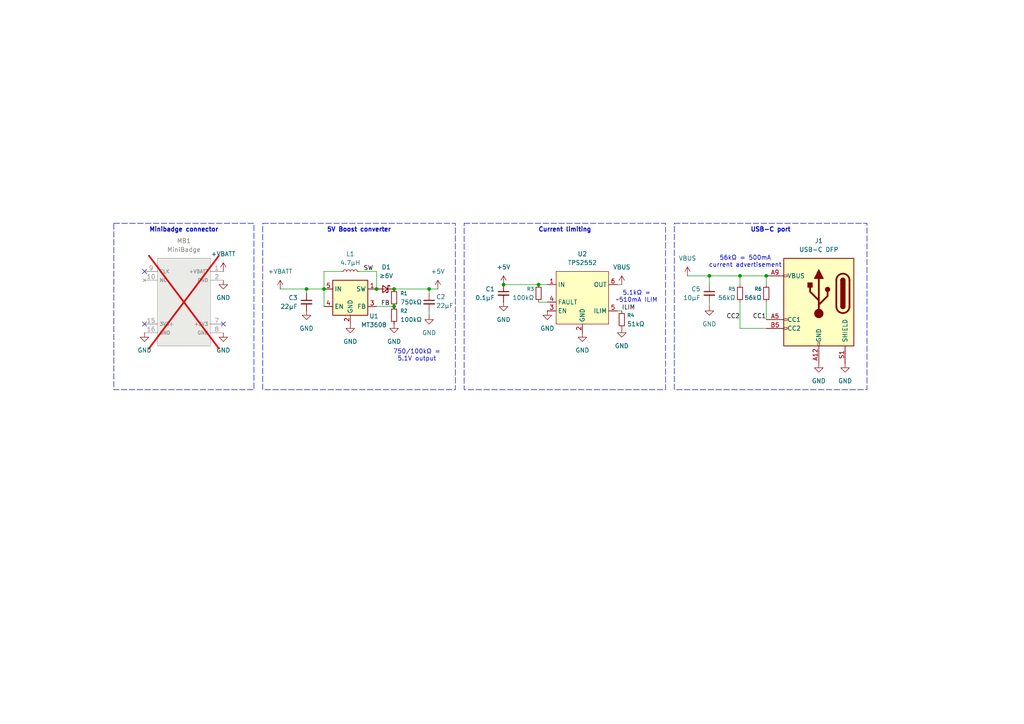
<source format=kicad_sch>
(kicad_sch (version 20250114) (generator "eeschema") (generator_version "9.0")
  (paper "A4")
  (title_block (title "USB-C charger minibadge") (date "2026-01-01") (rev "R1") (company "Pips Engineering"))
  (lib_symbols
    (symbol "Connector:USB_C_Receptacle_PowerOnly_6P" (pin_names (offset 1.016))
      (property "Reference" "J" (at 0 16.51 0))
      (property "Value" "USB_C_Receptacle_PowerOnly_6P" (at 0 13.97 0))
      (symbol "USB_C_Receptacle_PowerOnly_6P_0_0"
        (rectangle (start -0.254 -12.7) (end 0.254 -11.684))
        (rectangle (start 10.16 7.874) (end 9.144 7.366))
        (rectangle (start 10.16 -4.826) (end 9.144 -5.334))
        (rectangle (start 10.16 -7.366) (end 9.144 -7.874))
      )
      (symbol "USB_C_Receptacle_PowerOnly_6P_0_1"
        (rectangle (start -10.16 12.7) (end 10.16 -12.7) (stroke (width 0.254)) (fill (type background)))
        (polyline (pts (xy -8.89 -1.27) (xy -8.89 6.35)) (stroke (width 0.508)))
        (rectangle (start -7.62 -1.27) (end -6.35 6.35) (stroke (width 0.254)) (fill (type outline)))
        (arc (start -7.62 6.35) (mid -6.985 6.9823) (end -6.35 6.35) (stroke (width 0.254)))
        (arc (start -7.62 6.35) (mid -6.985 6.9823) (end -6.35 6.35) (stroke (width 0.254)) (fill (type outline)))
        (arc (start -8.89 6.35) (mid -6.985 8.2467) (end -5.08 6.35) (stroke (width 0.508)))
        (arc (start -5.08 -1.27) (mid -6.985 -3.1667) (end -8.89 -1.27) (stroke (width 0.508)))
        (arc (start -6.35 -1.27) (mid -6.985 -1.9023) (end -7.62 -1.27) (stroke (width 0.254)))
        (arc (start -6.35 -1.27) (mid -6.985 -1.9023) (end -7.62 -1.27) (stroke (width 0.254)) (fill (type outline)))
        (polyline (pts (xy -5.08 6.35) (xy -5.08 -1.27)) (stroke (width 0.508)))
        (circle (center -2.54 3.683) (radius 0.635) (stroke (width 0.254)) (fill (type outline)))
        (polyline (pts (xy -1.27 6.858) (xy 0 9.398) (xy 1.27 6.858) (xy -1.27 6.858)) (stroke (width 0.254)) (fill (type outline)))
        (polyline (pts (xy 0 0.508) (xy 2.54 3.048) (xy 2.54 4.318)) (stroke (width 0.508)))
        (polyline (pts (xy 0 -0.762) (xy -2.54 1.778) (xy -2.54 3.048)) (stroke (width 0.508)))
        (polyline (pts (xy 0 -3.302) (xy 0 6.858)) (stroke (width 0.508)))
        (circle (center 0 -3.302) (radius 1.27) (fill (type outline)))
        (rectangle (start 1.905 4.318) (end 3.175 5.588) (stroke (width 0.254)) (fill (type outline)))
      )
      (symbol "USB_C_Receptacle_PowerOnly_6P_1_1"
        (pin passive line (at -7.62 -17.78 90) (length 5.08) (name "SHIELD") (number "S1"))
        (pin passive line (at 0 -17.78 90) (length 5.08) (name "GND") (number "A12"))
        (pin passive line (at 0 -17.78 90) (length 5.08) (hide yes) (name "GND") (number "B12"))
        (pin passive line (at 15.24 7.62 180) (length 5.08) (name "VBUS") (number "A9"))
        (pin passive line (at 15.24 7.62 180) (length 5.08) (hide yes) (name "VBUS") (number "B9"))
        (pin bidirectional line (at 15.24 -5.08 180) (length 5.08) (name "CC1") (number "A5"))
        (pin bidirectional line (at 15.24 -7.62 180) (length 5.08) (name "CC2") (number "B5"))
      )
    )
    (symbol "Device:C_Small" (pin_numbers (hide yes)) (pin_names (offset 0.254) (hide yes))
      (property "Reference" "C" (at 0.254 1.778 0))
      (property "Value" "C_Small" (at 0.254 -2.032 0))
      (symbol "C_Small_0_1"
        (polyline (pts (xy -1.524 0.508) (xy 1.524 0.508)) (stroke (width 0.3048)))
        (polyline (pts (xy -1.524 -0.508) (xy 1.524 -0.508)) (stroke (width 0.3302)))
      )
      (symbol "C_Small_1_1"
        (pin passive line (at 0 2.54 270) (length 2.032) (name "~") (number "1"))
        (pin passive line (at 0 -2.54 90) (length 2.032) (name "~") (number "2"))
      )
    )
    (symbol "Device:D_Schottky_Small" (pin_numbers (hide yes)) (pin_names (offset 0.254) (hide yes))
      (property "Reference" "D" (at -1.27 2.032 0))
      (property "Value" "D_Schottky_Small" (at -7.112 -2.032 0))
      (symbol "D_Schottky_Small_0_1"
        (polyline (pts (xy -1.27 0.762) (xy -1.27 1.016) (xy -0.762 1.016) (xy -0.762 -1.016) (xy -0.254 -1.016) (xy -0.254 -0.762)) (stroke (width 0.254)))
        (polyline (pts (xy -0.762 0) (xy 0.762 0)))
        (polyline (pts (xy 0.762 -1.016) (xy -0.762 0) (xy 0.762 1.016) (xy 0.762 -1.016)) (stroke (width 0.254)))
      )
      (symbol "D_Schottky_Small_1_1"
        (pin passive line (at -2.54 0 0) (length 1.778) (name "K") (number "1"))
        (pin passive line (at 2.54 0 180) (length 1.778) (name "A") (number "2"))
      )
    )
    (symbol "Device:L_Small" (pin_numbers (hide yes)) (pin_names (offset 0.254) (hide yes))
      (property "Reference" "L" (at 0.762 1.016 0))
      (property "Value" "L_Small" (at 0.762 -1.016 0))
      (symbol "L_Small_0_1"
        (arc (start 0 2.032) (mid 0.5058 1.524) (end 0 1.016))
        (arc (start 0 1.016) (mid 0.5058 0.508) (end 0 0))
        (arc (start 0 0) (mid 0.5058 -0.508) (end 0 -1.016))
        (arc (start 0 -1.016) (mid 0.5058 -1.524) (end 0 -2.032))
      )
      (symbol "L_Small_1_1"
        (pin passive line (at 0 2.54 270) (length 0.508) (name "~") (number "1"))
        (pin passive line (at 0 -2.54 90) (length 0.508) (name "~") (number "2"))
      )
    )
    (symbol "Device:R_Small" (pin_numbers (hide yes)) (pin_names (offset 0.254) (hide yes))
      (property "Reference" "R" (at 0 0 90))
      (property "Value" "R_Small" (at 1.778 0 90))
      (symbol "R_Small_0_1"
        (rectangle (start -0.762 1.778) (end 0.762 -1.778) (stroke (width 0.2032)))
      )
      (symbol "R_Small_1_1"
        (pin passive line (at 0 2.54 270) (length 0.762) (name "~") (number "1"))
        (pin passive line (at 0 -2.54 90) (length 0.762) (name "~") (number "2"))
      )
    )
    (symbol "MiniBadge:MiniBadge_Simple"
      (property "Reference" "MB1" (at -17.78 0 90))
      (property "Value" "MiniBadge" (at -15.24 0 90))
      (symbol "MiniBadge_Simple_0_1"
        (rectangle (start -12.7 7.62) (end 12.7 -7.62) (fill (type background)))
      )
      (symbol "MiniBadge_Simple_1_1"
        (pin power_out line (at -8.89 11.43 270) (length 3.81) (name "+VBATT") (number "1"))
        (pin output line (at -8.89 -11.43 90) (length 3.81) (name "CLK") (number "9"))
        (pin power_out line (at -6.35 11.43 270) (length 3.81) (name "GND") (number "2"))
        (pin no_connect line (at -6.35 -11.43 90) (length 3.81) (name "NC") (number "10"))
        (pin power_out line (at 6.35 11.43 270) (length 3.81) (name "+3V3") (number "7"))
        (pin power_out line (at 6.35 -11.43 90) (length 3.81) (name "3V3+") (number "15"))
        (pin power_out line (at 8.89 11.43 270) (length 3.81) (name "GND") (number "8"))
        (pin power_out line (at 8.89 -11.43 90) (length 3.81) (name "GND") (number "16"))
      )
    )
    (symbol "Regulator_Switching:MT3608"
      (property "Reference" "U" (at -2.54 8.89 0))
      (property "Value" "MT3608" (at -3.81 6.35 0))
      (symbol "MT3608_0_1"
        (rectangle (start -5.08 5.08) (end 5.08 -5.08) (stroke (width 0.254)) (fill (type background)))
      )
      (symbol "MT3608_1_1"
        (pin power_in line (at -7.62 2.54 0) (length 2.54) (name "IN") (number "5"))
        (pin input line (at -7.62 -2.54 0) (length 2.54) (name "EN") (number "4"))
        (pin power_in line (at 0 -7.62 90) (length 2.54) (name "GND") (number "2"))
        (pin no_connect line (at 5.08 0 180) (length 2.54) (hide yes) (name "NC") (number "6"))
        (pin passive line (at 7.62 2.54 180) (length 2.54) (name "SW") (number "1"))
        (pin input line (at 7.62 -2.54 180) (length 2.54) (name "FB") (number "3"))
      )
    )
    (symbol "TPS255xx:TPS255x DBV"
      (property "Reference" "U1" (at 0 8.89 0))
      (property "Value" "TPS255x" (at 0 6.35 0))
      (symbol "TPS255x DBV_0_1"
        (rectangle (start -7.62 3.81) (end 7.62 -11.43) (fill (type background)))
      )
      (symbol "TPS255x DBV_1_1"
        (pin power_in line (at -10.16 0 0) (length 2.54) (name "IN") (number "1"))
        (pin output line (at -10.16 -5.08 0) (length 2.54) (name "FAULT") (number "4"))
        (pin bidirectional line (at -10.16 -7.62 0) (length 2.54) (name "EN") (number "3"))
        (pin power_out line (at 0 -13.97 90) (length 2.54) (name "GND") (number "2"))
        (pin power_out line (at 10.16 0 180) (length 2.54) (name "OUT") (number "6"))
        (pin bidirectional line (at 10.16 -7.62 180) (length 2.54) (name "ILIM") (number "5"))
      )
    )
    (symbol "power:+5V" (power) (pin_numbers (hide yes)) (pin_names (offset 0) (hide yes))
      (property "Value" "+5V" (at 0 3.556 0))
      (symbol "+5V_0_1"
        (polyline (pts (xy -0.762 1.27) (xy 0 2.54)))
        (polyline (pts (xy 0 2.54) (xy 0.762 1.27)))
        (polyline (pts (xy 0 0) (xy 0 2.54)))
      )
      (symbol "+5V_1_1"
        (pin power_in line (at 0 0 90) (length 0) (name "~") (number "1"))
      )
    )
    (symbol "power:GND" (power) (pin_numbers (hide yes)) (pin_names (offset 0) (hide yes))
      (property "Value" "GND" (at 0 -3.81 0))
      (symbol "GND_0_1"
        (polyline (pts (xy 0 0) (xy 0 -1.27) (xy 1.27 -1.27) (xy 0 -2.54) (xy -1.27 -1.27) (xy 0 -1.27)))
      )
      (symbol "GND_1_1"
        (pin power_in line (at 0 0 270) (length 0) (name "~") (number "1"))
      )
    )
    (symbol "power:VBUS" (power) (pin_numbers (hide yes)) (pin_names (offset 0) (hide yes))
      (property "Value" "VBUS" (at 0 3.556 0))
      (symbol "VBUS_0_1"
        (polyline (pts (xy -0.762 1.27) (xy 0 2.54)))
        (polyline (pts (xy 0 2.54) (xy 0.762 1.27)))
        (polyline (pts (xy 0 0) (xy 0 2.54)))
      )
      (symbol "VBUS_1_1"
        (pin power_in line (at 0 0 90) (length 0) (name "~") (number "1"))
      )
    )
  )
  (text "750/100kΩ =\n5.1V output" (at 120.904 103.124 0) (effects (font (size 1.27 1.27))))
  (text "56kΩ = 500mA\ncurrent advertisement" (at 216.154 75.946 0) (effects (font (size 1.27 1.27) (thickness 0.1588))))
  (text "5.1kΩ =\n~510mA ILIM" (at 184.658 86.106 0) (effects (font (size 1.27 1.27))))
  (text_box "Minibadge connector" (at 33.02 64.77 0) (size 40.64 48.26) (margins 0.9525 0.9525 0.9525 0.9525) (stroke (width 0) (type dash)) (effects (font (size 1.27 1.27) (thickness 0.254) (bold yes)) (justify top)))
  (text_box "5V Boost converter" (at 76.2 64.77 0) (size 55.88 48.26) (margins 0.9525 0.9525 0.9525 0.9525) (stroke (width 0) (type dash)) (effects (font (size 1.27 1.27) (thickness 0.254) (bold yes)) (justify top)))
  (text_box "Current limiting" (at 134.62 64.77 0) (size 58.42 48.26) (margins 0.9525 0.9525 0.9525 0.9525) (stroke (width 0) (type dash)) (effects (font (size 1.27 1.27) (thickness 0.254) (bold yes)) (justify top)))
  (text_box "USB-C port" (at 195.58 64.77 0) (size 55.88 48.26) (margins 0.9525 0.9525 0.9525 0.9525) (stroke (width 0) (type dash)) (effects (font (size 1.27 1.27) (thickness 0.254) (bold yes)) (justify top)))
  (junction (at 124.46 83.82))
  (junction (at 88.9 83.82))
  (junction (at 114.3 83.82))
  (junction (at 109.22 83.82))
  (junction (at 222.25 80.01))
  (junction (at 214.63 80.01))
  (junction (at 205.74 80.01))
  (junction (at 156.21 82.55))
  (junction (at 114.3 88.9))
  (junction (at 93.98 83.82))
  (junction (at 146.05 82.55))
  (no_connect (at 41.91 78.74))
  (no_connect (at 64.77 93.98))
  (no_connect (at 41.91 93.98))
  (wire (pts (xy 180.34 82.55) (xy 179.07 82.55)))
  (wire (pts (xy 205.74 80.01) (xy 205.74 82.55)))
  (wire (pts (xy 109.22 78.74) (xy 109.22 83.82)))
  (wire (pts (xy 93.98 78.74) (xy 93.98 83.82)))
  (wire (pts (xy 109.22 88.9) (xy 114.3 88.9)))
  (wire (pts (xy 104.14 78.74) (xy 109.22 78.74)))
  (wire (pts (xy 93.98 83.82) (xy 93.98 88.9)))
  (wire (pts (xy 88.9 85.09) (xy 88.9 83.82)))
  (wire (pts (xy 81.28 83.82) (xy 88.9 83.82)))
  (wire (pts (xy 124.46 90.17) (xy 124.46 91.44)))
  (wire (pts (xy 214.63 80.01) (xy 222.25 80.01)))
  (wire (pts (xy 124.46 85.09) (xy 124.46 83.82)))
  (wire (pts (xy 156.21 87.63) (xy 158.75 87.63)))
  (wire (pts (xy 214.63 95.25) (xy 222.25 95.25)))
  (wire (pts (xy 146.05 82.55) (xy 156.21 82.55)))
  (wire (pts (xy 114.3 83.82) (xy 124.46 83.82)))
  (wire (pts (xy 99.06 78.74) (xy 93.98 78.74)))
  (wire (pts (xy 156.21 82.55) (xy 158.75 82.55)))
  (wire (pts (xy 199.39 80.01) (xy 205.74 80.01)))
  (wire (pts (xy 88.9 83.82) (xy 93.98 83.82)))
  (wire (pts (xy 205.74 80.01) (xy 214.63 80.01)))
  (wire (pts (xy 214.63 80.01) (xy 214.63 82.55)))
  (wire (pts (xy 205.74 88.9) (xy 205.74 87.63)))
  (wire (pts (xy 214.63 87.63) (xy 214.63 95.25)))
  (wire (pts (xy 124.46 83.82) (xy 127 83.82)))
  (wire (pts (xy 180.34 90.17) (xy 179.07 90.17)))
  (wire (pts (xy 222.25 80.01) (xy 222.25 82.55)))
  (wire (pts (xy 222.25 87.63) (xy 222.25 92.71)))
  (label "ILIM" (at 180.34 90.17 0) (effects (font (thickness 0.1588))))
  (label "SW" (at 105.41 78.74 0) (effects (font (thickness 0.1588))))
  (label "CC2" (at 214.63 92.71 180) (effects (font (thickness 0.1588))))
  (label "FB" (at 110.49 88.9 0) (effects (font (thickness 0.1588))))
  (label "CC1" (at 222.25 92.71 180) (effects (font (thickness 0.1588))))
  (symbol (lib_id "Regulator_Switching:MT3608") (at 101.6 86.36 0) (unit 1)
    (property "Reference" "U1" (at 108.458 91.694 0))
    (property "Value" "MT3608" (at 108.458 94.234 0))
    (property "Footprint" "Package_TO_SOT_SMD:SOT-23-6" (effects (hide yes)))
    (property "Datasheet" "https://www.olimex.com/Products/Breadboarding/BB-PWR-3608/resources/MT3608.pdf" (effects (hide yes)))
    (property "Description" "High Efficiency 1.2MHz 2A Step Up Converter, 2-24V Vin, 28V Vout, 4A current limit, 1.2MHz, SOT23-6" (effects (hide yes)))
    (property "LCSC Part #" "C84817" (effects (hide yes)))
  )
  (symbol (lib_id "power:GND") (at 158.75 90.17 0) (unit 1)
    (property "Reference" "#PWR020" (effects (hide yes)))
    (property "Value" "GND" (at 158.75 95.25 0))
    (property "Description" "Power symbol creates a global label with name \"GND\" , ground" (effects (hide yes)))
  )
  (symbol (lib_id "Device:L_Small") (at 101.6 78.74 90) (unit 1)
    (property "Reference" "L1" (at 101.6 73.66 90))
    (property "Value" "4.7μH" (at 101.6 76.2 90))
    (property "Footprint" "Inductor_SMD:L_Taiyo-Yuden_MD-4040" (effects (hide yes)))
    (property "Description" "Inductor, small symbol" (effects (hide yes)))
    (property "LCSC Part #" "C602031" (effects (hide yes)))
    (property "Alt1 LCSC Part #" "C7433093" (effects (hide yes)))
    (property "Alt2 LCSC Part #" "C17701300" (effects (hide yes)))
  )
  (symbol (lib_id "Device:C_Small") (at 205.74 85.09 0) (unit 1)
    (property "Reference" "C5" (at 203.2 83.8262 0) (effects (justify right)))
    (property "Value" "10μF" (at 203.2 86.3662 0) (effects (justify right)))
    (property "Footprint" "Capacitor_SMD:C_0603_1608Metric" (effects (hide yes)))
    (property "Description" "Unpolarized capacitor, small symbol" (effects (hide yes)))
    (property "LCSC Part #" "C96446" (effects (hide yes)))
  )
  (symbol (lib_id "Device:R_Small") (at 114.3 86.36 0) (unit 1)
    (property "Reference" "R1" (at 116.078 85.09 0) (effects (font (size 1.016 1.016)) (justify left)))
    (property "Value" "750kΩ" (at 116.078 87.63 0) (effects (justify left)))
    (property "Footprint" "Resistor_SMD:R_0603_1608Metric" (effects (hide yes)))
    (property "Description" "Resistor, small symbol" (effects (hide yes)))
    (property "LCSC Part #" "C23240" (effects (hide yes)))
  )
  (symbol (lib_id "power:+5V") (at 146.05 82.55 0) (unit 1)
    (property "Reference" "#PWR011" (effects (hide yes)))
    (property "Value" "+5V" (at 146.05 77.47 0))
    (property "Description" "Power symbol creates a global label with name \"+5V\"" (effects (hide yes)))
  )
  (symbol (lib_id "TPS255xx:TPS255x DBV") (at 168.91 82.55 0) (unit 1)
    (property "Reference" "U2" (at 168.91 73.66 0))
    (property "Value" "TPS2552" (at 168.91 76.2 0))
    (property "Footprint" "Package_TO_SOT_SMD:SOT-23-6" (effects (hide yes)))
    (property "Datasheet" "https://www.ti.com/cn/lit/ds/symlink/tps2553.pdf" (effects (hide yes)))
    (property "Description" "TPS255x DBV Package 6-Pin SOT-23" (effects (hide yes)))
    (property "LCSC Part #" "C46506" (effects (hide yes)))
  )
  (symbol (lib_id "power:GND") (at 237.49 105.41 0) (mirror y) (unit 1)
    (property "Reference" "#PWR017" (effects (hide yes)))
    (property "Value" "GND" (at 237.49 110.49 0))
    (property "Description" "Power symbol creates a global label with name \"GND\" , ground" (effects (hide yes)))
  )
  (symbol (lib_id "power:+5V") (at 64.77 78.74 0) (unit 1)
    (property "Reference" "#PWR03" (effects (hide yes)))
    (property "Value" "+VBATT" (at 64.77 73.66 0))
    (property "Description" "Power symbol creates a global label with name \"+5V\"" (effects (hide yes)))
  )
  (symbol (lib_id "power:GND") (at 146.05 87.63 0) (unit 1)
    (property "Reference" "#PWR012" (effects (hide yes)))
    (property "Value" "GND" (at 146.05 92.71 0))
    (property "Description" "Power symbol creates a global label with name \"GND\" , ground" (effects (hide yes)))
  )
  (symbol (lib_id "Device:R_Small") (at 156.21 85.09 0) (mirror y) (unit 1)
    (property "Reference" "R3" (at 154.94 83.82 0) (effects (font (size 1.016 1.016)) (justify left)))
    (property "Value" "100kΩ" (at 154.94 86.36 0) (effects (justify left)))
    (property "Footprint" "Resistor_SMD:R_0603_1608Metric" (effects (hide yes)))
    (property "Description" "Resistor, small symbol" (effects (hide yes)))
    (property "LCSC Part #" "C25803" (effects (hide yes)))
  )
  (symbol (lib_id "power:GND") (at 64.77 81.28 0) (unit 1)
    (property "Reference" "#PWR04" (effects (hide yes)))
    (property "Value" "GND" (at 64.77 86.36 0))
    (property "Description" "Power symbol creates a global label with name \"GND\" , ground" (effects (hide yes)))
  )
  (symbol (lib_id "Device:D_Schottky_Small") (at 111.76 83.82 0) (mirror y) (unit 1)
    (property "Reference" "D1" (at 112.014 77.47 0))
    (property "Value" "≥6V" (at 112.014 80.01 0))
    (property "Footprint" "Diode_SMD:D_SOD-123" (effects (hide yes)))
    (property "Description" "Schottky diode, small symbol" (effects (hide yes)))
    (property "LCSC Part #" "C7420328" (effects (hide yes)))
  )
  (symbol (lib_id "power:GND") (at 180.34 95.25 0) (unit 1)
    (property "Reference" "#PWR015" (effects (hide yes)))
    (property "Value" "GND" (at 180.34 100.33 0))
    (property "Description" "Power symbol creates a global label with name \"GND\" , ground" (effects (hide yes)))
  )
  (symbol (lib_id "MiniBadge:MiniBadge_Simple") (at 53.34 87.63 270) (unit 1) (in_bom no) (dnp yes)
    (property "Reference" "MB1" (at 53.34 69.85 90))
    (property "Value" "MiniBadge" (at 53.34 72.39 90))
    (property "Footprint" "MiniBadge:MiniBadge_Simple_NoEdges" (effects (hide yes)))
  )
  (symbol (lib_id "power:GND") (at 168.91 96.52 0) (unit 1)
    (property "Reference" "#PWR013" (effects (hide yes)))
    (property "Value" "GND" (at 168.91 101.6 0))
    (property "Description" "Power symbol creates a global label with name \"GND\" , ground" (effects (hide yes)))
  )
  (symbol (lib_id "power:VBUS") (at 199.39 80.01 0) (mirror y) (unit 1)
    (property "Reference" "#PWR016" (effects (hide yes)))
    (property "Value" "VBUS" (at 199.39 74.93 0))
    (property "Description" "Power symbol creates a global label with name \"VBUS\"" (effects (hide yes)))
  )
  (symbol (lib_id "power:GND") (at 114.3 93.98 0) (unit 1)
    (property "Reference" "#PWR010" (effects (hide yes)))
    (property "Value" "GND" (at 114.3 99.06 0))
    (property "Description" "Power symbol creates a global label with name \"GND\" , ground" (effects (hide yes)))
  )
  (symbol (lib_id "power:+5V") (at 81.28 83.82 0) (unit 1)
    (property "Reference" "#PWR07" (effects (hide yes)))
    (property "Value" "+VBATT" (at 81.28 78.74 0))
    (property "Description" "Power symbol creates a global label with name \"+5V\"" (effects (hide yes)))
  )
  (symbol (lib_id "Device:R_Small") (at 180.34 92.71 0) (unit 1)
    (property "Reference" "R4" (at 181.864 91.44 0) (effects (font (size 1.016 1.016)) (justify left)))
    (property "Value" "51kΩ" (at 181.864 93.98 0) (effects (justify left)))
    (property "Footprint" "Resistor_SMD:R_0603_1608Metric" (effects (hide yes)))
    (property "Description" "Resistor, small symbol" (effects (hide yes)))
    (property "LCSC Part #" "C23196" (effects (hide yes)))
  )
  (symbol (lib_id "power:VBUS") (at 180.34 82.55 0) (mirror y) (unit 1)
    (property "Reference" "#PWR014" (effects (hide yes)))
    (property "Value" "VBUS" (at 180.34 77.47 0))
    (property "Description" "Power symbol creates a global label with name \"VBUS\"" (effects (hide yes)))
  )
  (symbol (lib_id "power:GND") (at 101.6 93.98 0) (unit 1)
    (property "Reference" "#PWR08" (effects (hide yes)))
    (property "Value" "GND" (at 101.6 99.06 0))
    (property "Description" "Power symbol creates a global label with name \"GND\" , ground" (effects (hide yes)))
  )
  (symbol (lib_id "power:GND") (at 245.11 105.41 0) (mirror y) (unit 1)
    (property "Reference" "#PWR018" (effects (hide yes)))
    (property "Value" "GND" (at 245.11 110.49 0))
    (property "Description" "Power symbol creates a global label with name \"GND\" , ground" (effects (hide yes)))
  )
  (symbol (lib_id "Device:C_Small") (at 88.9 87.63 0) (unit 1)
    (property "Reference" "C3" (at 86.36 86.3662 0) (effects (justify right)))
    (property "Value" "22μF" (at 86.36 88.9062 0) (effects (justify right)))
    (property "Footprint" "Capacitor_SMD:C_1206_3216Metric" (effects (hide yes)))
    (property "Description" "Unpolarized capacitor, small symbol" (effects (hide yes)))
    (property "LCSC Part #" "C12891" (effects (hide yes)))
  )
  (symbol (lib_id "Connector:USB_C_Receptacle_PowerOnly_6P") (at 237.49 87.63 0) (mirror y) (unit 1)
    (property "Reference" "J1" (at 237.49 69.85 0))
    (property "Value" "USB-C DFP" (at 237.49 72.39 0))
    (property "Footprint" "Connector_USB:USB_C_Receptacle_HRO_TYPE-C-31-M-17" (effects (hide yes)))
    (property "Datasheet" "https://www.usb.org/sites/default/files/documents/usb_type-c.zip" (effects (hide yes)))
    (property "Description" "USB Power-Only 6P Type-C Receptacle connector" (effects (hide yes)))
    (property "LCSC Part #" "C283540" (effects (hide yes)))
  )
  (symbol (lib_id "power:GND") (at 205.74 88.9 0) (unit 1)
    (property "Reference" "#PWR019" (effects (hide yes)))
    (property "Value" "GND" (at 205.74 93.98 0))
    (property "Description" "Power symbol creates a global label with name \"GND\" , ground" (effects (hide yes)))
  )
  (symbol (lib_id "power:GND") (at 64.77 96.52 0) (unit 1)
    (property "Reference" "#PWR06" (effects (hide yes)))
    (property "Value" "GND" (at 64.77 101.6 0))
    (property "Description" "Power symbol creates a global label with name \"GND\" , ground" (effects (hide yes)))
  )
  (symbol (lib_id "Device:C_Small") (at 124.46 87.63 0) (mirror y) (unit 1)
    (property "Reference" "C2" (at 126.492 86.106 0) (effects (justify right)))
    (property "Value" "22μF" (at 126.492 88.646 0) (effects (justify right)))
    (property "Footprint" "Capacitor_SMD:C_1206_3216Metric" (effects (hide yes)))
    (property "Description" "Unpolarized capacitor, small symbol" (effects (hide yes)))
    (property "LCSC Part #" "C12891" (effects (hide yes)))
  )
  (symbol (lib_id "Device:R_Small") (at 222.25 85.09 0) (mirror y) (unit 1)
    (property "Reference" "R6" (at 220.98 83.82 0) (effects (font (size 1.016 1.016)) (justify left)))
    (property "Value" "56kΩ" (at 220.98 86.36 0) (effects (justify left)))
    (property "Footprint" "Resistor_SMD:R_0603_1608Metric" (effects (hide yes)))
    (property "Description" "Resistor, small symbol" (effects (hide yes)))
    (property "LCSC Part #" "C23206" (effects (hide yes)))
  )
  (symbol (lib_id "Device:R_Small") (at 214.63 85.09 0) (mirror y) (unit 1)
    (property "Reference" "R5" (at 213.36 83.82 0) (effects (font (size 1.016 1.016)) (justify left)))
    (property "Value" "56kΩ" (at 213.36 86.36 0) (effects (justify left)))
    (property "Footprint" "Resistor_SMD:R_0603_1608Metric" (effects (hide yes)))
    (property "Description" "Resistor, small symbol" (effects (hide yes)))
    (property "LCSC Part #" "C23206" (effects (hide yes)))
  )
  (symbol (lib_id "power:+5V") (at 127 83.82 0) (unit 1)
    (property "Reference" "#PWR09" (effects (hide yes)))
    (property "Value" "+5V" (at 127 78.74 0))
    (property "Description" "Power symbol creates a global label with name \"+5V\"" (effects (hide yes)))
  )
  (symbol (lib_id "Device:C_Small") (at 146.05 85.09 0) (unit 1)
    (property "Reference" "C1" (at 143.51 83.8262 0) (effects (justify right)))
    (property "Value" "0.1μF" (at 143.51 86.3662 0) (effects (justify right)))
    (property "Footprint" "Capacitor_SMD:C_0603_1608Metric" (effects (hide yes)))
    (property "Description" "Unpolarized capacitor, small symbol" (effects (hide yes)))
    (property "LCSC Part #" "C14663" (effects (hide yes)))
  )
  (symbol (lib_id "Device:R_Small") (at 114.3 91.44 0) (unit 1)
    (property "Reference" "R2" (at 116.078 90.17 0) (effects (font (size 1.016 1.016)) (justify left)))
    (property "Value" "100kΩ" (at 116.078 92.71 0) (effects (justify left)))
    (property "Footprint" "Resistor_SMD:R_0603_1608Metric" (effects (hide yes)))
    (property "Description" "Resistor, small symbol" (effects (hide yes)))
    (property "LCSC Part #" "C25803" (effects (hide yes)))
  )
  (symbol (lib_id "power:GND") (at 88.9 90.17 0) (unit 1)
    (property "Reference" "#PWR01" (effects (hide yes)))
    (property "Value" "GND" (at 88.9 95.25 0))
    (property "Description" "Power symbol creates a global label with name \"GND\" , ground" (effects (hide yes)))
  )
  (symbol (lib_id "power:GND") (at 124.46 91.44 0) (unit 1)
    (property "Reference" "#PWR05" (effects (hide yes)))
    (property "Value" "GND" (at 124.46 96.52 0))
    (property "Description" "Power symbol creates a global label with name \"GND\" , ground" (effects (hide yes)))
  )
  (symbol (lib_id "power:GND") (at 41.91 96.52 0) (unit 1)
    (property "Reference" "#PWR02" (effects (hide yes)))
    (property "Value" "GND" (at 41.91 101.6 0))
    (property "Description" "Power symbol creates a global label with name \"GND\" , ground" (effects (hide yes)))
  )
)
</source>
